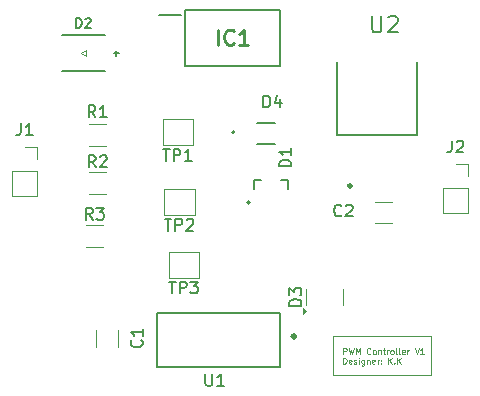
<source format=gbr>
%TF.GenerationSoftware,KiCad,Pcbnew,8.0.1*%
%TF.CreationDate,2024-11-21T22:19:22+00:00*%
%TF.ProjectId,Heating Element,48656174-696e-4672-9045-6c656d656e74,1*%
%TF.SameCoordinates,Original*%
%TF.FileFunction,Legend,Top*%
%TF.FilePolarity,Positive*%
%FSLAX46Y46*%
G04 Gerber Fmt 4.6, Leading zero omitted, Abs format (unit mm)*
G04 Created by KiCad (PCBNEW 8.0.1) date 2024-11-21 22:19:22*
%MOMM*%
%LPD*%
G01*
G04 APERTURE LIST*
%ADD10C,0.100000*%
%ADD11C,0.150000*%
%ADD12C,0.254000*%
%ADD13C,0.120000*%
%ADD14C,0.200000*%
%ADD15C,0.127000*%
%ADD16C,0.152400*%
%ADD17C,0.300000*%
G04 APERTURE END LIST*
D10*
X125702400Y-109650000D02*
X133997600Y-109650000D01*
X133997600Y-112964800D01*
X125702400Y-112964800D01*
X125702400Y-109650000D01*
X126529636Y-111166237D02*
X126529636Y-110666237D01*
X126529636Y-110666237D02*
X126720112Y-110666237D01*
X126720112Y-110666237D02*
X126767731Y-110690047D01*
X126767731Y-110690047D02*
X126791541Y-110713856D01*
X126791541Y-110713856D02*
X126815350Y-110761475D01*
X126815350Y-110761475D02*
X126815350Y-110832904D01*
X126815350Y-110832904D02*
X126791541Y-110880523D01*
X126791541Y-110880523D02*
X126767731Y-110904332D01*
X126767731Y-110904332D02*
X126720112Y-110928142D01*
X126720112Y-110928142D02*
X126529636Y-110928142D01*
X126982017Y-110666237D02*
X127101065Y-111166237D01*
X127101065Y-111166237D02*
X127196303Y-110809094D01*
X127196303Y-110809094D02*
X127291541Y-111166237D01*
X127291541Y-111166237D02*
X127410589Y-110666237D01*
X127601065Y-111166237D02*
X127601065Y-110666237D01*
X127601065Y-110666237D02*
X127767732Y-111023380D01*
X127767732Y-111023380D02*
X127934398Y-110666237D01*
X127934398Y-110666237D02*
X127934398Y-111166237D01*
X128839160Y-111118618D02*
X128815351Y-111142428D01*
X128815351Y-111142428D02*
X128743922Y-111166237D01*
X128743922Y-111166237D02*
X128696303Y-111166237D01*
X128696303Y-111166237D02*
X128624875Y-111142428D01*
X128624875Y-111142428D02*
X128577256Y-111094808D01*
X128577256Y-111094808D02*
X128553446Y-111047189D01*
X128553446Y-111047189D02*
X128529637Y-110951951D01*
X128529637Y-110951951D02*
X128529637Y-110880523D01*
X128529637Y-110880523D02*
X128553446Y-110785285D01*
X128553446Y-110785285D02*
X128577256Y-110737666D01*
X128577256Y-110737666D02*
X128624875Y-110690047D01*
X128624875Y-110690047D02*
X128696303Y-110666237D01*
X128696303Y-110666237D02*
X128743922Y-110666237D01*
X128743922Y-110666237D02*
X128815351Y-110690047D01*
X128815351Y-110690047D02*
X128839160Y-110713856D01*
X129124875Y-111166237D02*
X129077256Y-111142428D01*
X129077256Y-111142428D02*
X129053446Y-111118618D01*
X129053446Y-111118618D02*
X129029637Y-111070999D01*
X129029637Y-111070999D02*
X129029637Y-110928142D01*
X129029637Y-110928142D02*
X129053446Y-110880523D01*
X129053446Y-110880523D02*
X129077256Y-110856713D01*
X129077256Y-110856713D02*
X129124875Y-110832904D01*
X129124875Y-110832904D02*
X129196303Y-110832904D01*
X129196303Y-110832904D02*
X129243922Y-110856713D01*
X129243922Y-110856713D02*
X129267732Y-110880523D01*
X129267732Y-110880523D02*
X129291541Y-110928142D01*
X129291541Y-110928142D02*
X129291541Y-111070999D01*
X129291541Y-111070999D02*
X129267732Y-111118618D01*
X129267732Y-111118618D02*
X129243922Y-111142428D01*
X129243922Y-111142428D02*
X129196303Y-111166237D01*
X129196303Y-111166237D02*
X129124875Y-111166237D01*
X129505827Y-110832904D02*
X129505827Y-111166237D01*
X129505827Y-110880523D02*
X129529637Y-110856713D01*
X129529637Y-110856713D02*
X129577256Y-110832904D01*
X129577256Y-110832904D02*
X129648684Y-110832904D01*
X129648684Y-110832904D02*
X129696303Y-110856713D01*
X129696303Y-110856713D02*
X129720113Y-110904332D01*
X129720113Y-110904332D02*
X129720113Y-111166237D01*
X129886780Y-110832904D02*
X130077256Y-110832904D01*
X129958208Y-110666237D02*
X129958208Y-111094808D01*
X129958208Y-111094808D02*
X129982018Y-111142428D01*
X129982018Y-111142428D02*
X130029637Y-111166237D01*
X130029637Y-111166237D02*
X130077256Y-111166237D01*
X130243922Y-111166237D02*
X130243922Y-110832904D01*
X130243922Y-110928142D02*
X130267732Y-110880523D01*
X130267732Y-110880523D02*
X130291541Y-110856713D01*
X130291541Y-110856713D02*
X130339160Y-110832904D01*
X130339160Y-110832904D02*
X130386779Y-110832904D01*
X130624875Y-111166237D02*
X130577256Y-111142428D01*
X130577256Y-111142428D02*
X130553446Y-111118618D01*
X130553446Y-111118618D02*
X130529637Y-111070999D01*
X130529637Y-111070999D02*
X130529637Y-110928142D01*
X130529637Y-110928142D02*
X130553446Y-110880523D01*
X130553446Y-110880523D02*
X130577256Y-110856713D01*
X130577256Y-110856713D02*
X130624875Y-110832904D01*
X130624875Y-110832904D02*
X130696303Y-110832904D01*
X130696303Y-110832904D02*
X130743922Y-110856713D01*
X130743922Y-110856713D02*
X130767732Y-110880523D01*
X130767732Y-110880523D02*
X130791541Y-110928142D01*
X130791541Y-110928142D02*
X130791541Y-111070999D01*
X130791541Y-111070999D02*
X130767732Y-111118618D01*
X130767732Y-111118618D02*
X130743922Y-111142428D01*
X130743922Y-111142428D02*
X130696303Y-111166237D01*
X130696303Y-111166237D02*
X130624875Y-111166237D01*
X131077256Y-111166237D02*
X131029637Y-111142428D01*
X131029637Y-111142428D02*
X131005827Y-111094808D01*
X131005827Y-111094808D02*
X131005827Y-110666237D01*
X131339161Y-111166237D02*
X131291542Y-111142428D01*
X131291542Y-111142428D02*
X131267732Y-111094808D01*
X131267732Y-111094808D02*
X131267732Y-110666237D01*
X131720113Y-111142428D02*
X131672494Y-111166237D01*
X131672494Y-111166237D02*
X131577256Y-111166237D01*
X131577256Y-111166237D02*
X131529637Y-111142428D01*
X131529637Y-111142428D02*
X131505828Y-111094808D01*
X131505828Y-111094808D02*
X131505828Y-110904332D01*
X131505828Y-110904332D02*
X131529637Y-110856713D01*
X131529637Y-110856713D02*
X131577256Y-110832904D01*
X131577256Y-110832904D02*
X131672494Y-110832904D01*
X131672494Y-110832904D02*
X131720113Y-110856713D01*
X131720113Y-110856713D02*
X131743923Y-110904332D01*
X131743923Y-110904332D02*
X131743923Y-110951951D01*
X131743923Y-110951951D02*
X131505828Y-110999570D01*
X131958208Y-111166237D02*
X131958208Y-110832904D01*
X131958208Y-110928142D02*
X131982018Y-110880523D01*
X131982018Y-110880523D02*
X132005827Y-110856713D01*
X132005827Y-110856713D02*
X132053446Y-110832904D01*
X132053446Y-110832904D02*
X132101065Y-110832904D01*
X132577256Y-110666237D02*
X132743922Y-111166237D01*
X132743922Y-111166237D02*
X132910589Y-110666237D01*
X133339160Y-111166237D02*
X133053446Y-111166237D01*
X133196303Y-111166237D02*
X133196303Y-110666237D01*
X133196303Y-110666237D02*
X133148684Y-110737666D01*
X133148684Y-110737666D02*
X133101065Y-110785285D01*
X133101065Y-110785285D02*
X133053446Y-110809094D01*
X126529636Y-111971209D02*
X126529636Y-111471209D01*
X126529636Y-111471209D02*
X126648684Y-111471209D01*
X126648684Y-111471209D02*
X126720112Y-111495019D01*
X126720112Y-111495019D02*
X126767731Y-111542638D01*
X126767731Y-111542638D02*
X126791541Y-111590257D01*
X126791541Y-111590257D02*
X126815350Y-111685495D01*
X126815350Y-111685495D02*
X126815350Y-111756923D01*
X126815350Y-111756923D02*
X126791541Y-111852161D01*
X126791541Y-111852161D02*
X126767731Y-111899780D01*
X126767731Y-111899780D02*
X126720112Y-111947400D01*
X126720112Y-111947400D02*
X126648684Y-111971209D01*
X126648684Y-111971209D02*
X126529636Y-111971209D01*
X127220112Y-111947400D02*
X127172493Y-111971209D01*
X127172493Y-111971209D02*
X127077255Y-111971209D01*
X127077255Y-111971209D02*
X127029636Y-111947400D01*
X127029636Y-111947400D02*
X127005827Y-111899780D01*
X127005827Y-111899780D02*
X127005827Y-111709304D01*
X127005827Y-111709304D02*
X127029636Y-111661685D01*
X127029636Y-111661685D02*
X127077255Y-111637876D01*
X127077255Y-111637876D02*
X127172493Y-111637876D01*
X127172493Y-111637876D02*
X127220112Y-111661685D01*
X127220112Y-111661685D02*
X127243922Y-111709304D01*
X127243922Y-111709304D02*
X127243922Y-111756923D01*
X127243922Y-111756923D02*
X127005827Y-111804542D01*
X127434398Y-111947400D02*
X127482017Y-111971209D01*
X127482017Y-111971209D02*
X127577255Y-111971209D01*
X127577255Y-111971209D02*
X127624874Y-111947400D01*
X127624874Y-111947400D02*
X127648683Y-111899780D01*
X127648683Y-111899780D02*
X127648683Y-111875971D01*
X127648683Y-111875971D02*
X127624874Y-111828352D01*
X127624874Y-111828352D02*
X127577255Y-111804542D01*
X127577255Y-111804542D02*
X127505826Y-111804542D01*
X127505826Y-111804542D02*
X127458207Y-111780733D01*
X127458207Y-111780733D02*
X127434398Y-111733114D01*
X127434398Y-111733114D02*
X127434398Y-111709304D01*
X127434398Y-111709304D02*
X127458207Y-111661685D01*
X127458207Y-111661685D02*
X127505826Y-111637876D01*
X127505826Y-111637876D02*
X127577255Y-111637876D01*
X127577255Y-111637876D02*
X127624874Y-111661685D01*
X127862969Y-111971209D02*
X127862969Y-111637876D01*
X127862969Y-111471209D02*
X127839160Y-111495019D01*
X127839160Y-111495019D02*
X127862969Y-111518828D01*
X127862969Y-111518828D02*
X127886779Y-111495019D01*
X127886779Y-111495019D02*
X127862969Y-111471209D01*
X127862969Y-111471209D02*
X127862969Y-111518828D01*
X128315350Y-111637876D02*
X128315350Y-112042638D01*
X128315350Y-112042638D02*
X128291540Y-112090257D01*
X128291540Y-112090257D02*
X128267731Y-112114066D01*
X128267731Y-112114066D02*
X128220112Y-112137876D01*
X128220112Y-112137876D02*
X128148683Y-112137876D01*
X128148683Y-112137876D02*
X128101064Y-112114066D01*
X128315350Y-111947400D02*
X128267731Y-111971209D01*
X128267731Y-111971209D02*
X128172493Y-111971209D01*
X128172493Y-111971209D02*
X128124874Y-111947400D01*
X128124874Y-111947400D02*
X128101064Y-111923590D01*
X128101064Y-111923590D02*
X128077255Y-111875971D01*
X128077255Y-111875971D02*
X128077255Y-111733114D01*
X128077255Y-111733114D02*
X128101064Y-111685495D01*
X128101064Y-111685495D02*
X128124874Y-111661685D01*
X128124874Y-111661685D02*
X128172493Y-111637876D01*
X128172493Y-111637876D02*
X128267731Y-111637876D01*
X128267731Y-111637876D02*
X128315350Y-111661685D01*
X128553445Y-111637876D02*
X128553445Y-111971209D01*
X128553445Y-111685495D02*
X128577255Y-111661685D01*
X128577255Y-111661685D02*
X128624874Y-111637876D01*
X128624874Y-111637876D02*
X128696302Y-111637876D01*
X128696302Y-111637876D02*
X128743921Y-111661685D01*
X128743921Y-111661685D02*
X128767731Y-111709304D01*
X128767731Y-111709304D02*
X128767731Y-111971209D01*
X129196302Y-111947400D02*
X129148683Y-111971209D01*
X129148683Y-111971209D02*
X129053445Y-111971209D01*
X129053445Y-111971209D02*
X129005826Y-111947400D01*
X129005826Y-111947400D02*
X128982017Y-111899780D01*
X128982017Y-111899780D02*
X128982017Y-111709304D01*
X128982017Y-111709304D02*
X129005826Y-111661685D01*
X129005826Y-111661685D02*
X129053445Y-111637876D01*
X129053445Y-111637876D02*
X129148683Y-111637876D01*
X129148683Y-111637876D02*
X129196302Y-111661685D01*
X129196302Y-111661685D02*
X129220112Y-111709304D01*
X129220112Y-111709304D02*
X129220112Y-111756923D01*
X129220112Y-111756923D02*
X128982017Y-111804542D01*
X129434397Y-111971209D02*
X129434397Y-111637876D01*
X129434397Y-111733114D02*
X129458207Y-111685495D01*
X129458207Y-111685495D02*
X129482016Y-111661685D01*
X129482016Y-111661685D02*
X129529635Y-111637876D01*
X129529635Y-111637876D02*
X129577254Y-111637876D01*
X129743921Y-111923590D02*
X129767731Y-111947400D01*
X129767731Y-111947400D02*
X129743921Y-111971209D01*
X129743921Y-111971209D02*
X129720112Y-111947400D01*
X129720112Y-111947400D02*
X129743921Y-111923590D01*
X129743921Y-111923590D02*
X129743921Y-111971209D01*
X129743921Y-111661685D02*
X129767731Y-111685495D01*
X129767731Y-111685495D02*
X129743921Y-111709304D01*
X129743921Y-111709304D02*
X129720112Y-111685495D01*
X129720112Y-111685495D02*
X129743921Y-111661685D01*
X129743921Y-111661685D02*
X129743921Y-111709304D01*
X130362968Y-111971209D02*
X130362968Y-111471209D01*
X130648682Y-111971209D02*
X130434397Y-111685495D01*
X130648682Y-111471209D02*
X130362968Y-111756923D01*
X130862968Y-111923590D02*
X130886778Y-111947400D01*
X130886778Y-111947400D02*
X130862968Y-111971209D01*
X130862968Y-111971209D02*
X130839159Y-111947400D01*
X130839159Y-111947400D02*
X130862968Y-111923590D01*
X130862968Y-111923590D02*
X130862968Y-111971209D01*
X131101063Y-111971209D02*
X131101063Y-111471209D01*
X131386777Y-111971209D02*
X131172492Y-111685495D01*
X131386777Y-111471209D02*
X131101063Y-111756923D01*
D11*
X122979819Y-107075594D02*
X121979819Y-107075594D01*
X121979819Y-107075594D02*
X121979819Y-106837499D01*
X121979819Y-106837499D02*
X122027438Y-106694642D01*
X122027438Y-106694642D02*
X122122676Y-106599404D01*
X122122676Y-106599404D02*
X122217914Y-106551785D01*
X122217914Y-106551785D02*
X122408390Y-106504166D01*
X122408390Y-106504166D02*
X122551247Y-106504166D01*
X122551247Y-106504166D02*
X122741723Y-106551785D01*
X122741723Y-106551785D02*
X122836961Y-106599404D01*
X122836961Y-106599404D02*
X122932200Y-106694642D01*
X122932200Y-106694642D02*
X122979819Y-106837499D01*
X122979819Y-106837499D02*
X122979819Y-107075594D01*
X121979819Y-106170832D02*
X121979819Y-105551785D01*
X121979819Y-105551785D02*
X122360771Y-105885118D01*
X122360771Y-105885118D02*
X122360771Y-105742261D01*
X122360771Y-105742261D02*
X122408390Y-105647023D01*
X122408390Y-105647023D02*
X122456009Y-105599404D01*
X122456009Y-105599404D02*
X122551247Y-105551785D01*
X122551247Y-105551785D02*
X122789342Y-105551785D01*
X122789342Y-105551785D02*
X122884580Y-105599404D01*
X122884580Y-105599404D02*
X122932200Y-105647023D01*
X122932200Y-105647023D02*
X122979819Y-105742261D01*
X122979819Y-105742261D02*
X122979819Y-106027975D01*
X122979819Y-106027975D02*
X122932200Y-106123213D01*
X122932200Y-106123213D02*
X122884580Y-106170832D01*
X119771305Y-90276619D02*
X119771305Y-89276619D01*
X119771305Y-89276619D02*
X120009400Y-89276619D01*
X120009400Y-89276619D02*
X120152257Y-89324238D01*
X120152257Y-89324238D02*
X120247495Y-89419476D01*
X120247495Y-89419476D02*
X120295114Y-89514714D01*
X120295114Y-89514714D02*
X120342733Y-89705190D01*
X120342733Y-89705190D02*
X120342733Y-89848047D01*
X120342733Y-89848047D02*
X120295114Y-90038523D01*
X120295114Y-90038523D02*
X120247495Y-90133761D01*
X120247495Y-90133761D02*
X120152257Y-90229000D01*
X120152257Y-90229000D02*
X120009400Y-90276619D01*
X120009400Y-90276619D02*
X119771305Y-90276619D01*
X121199876Y-89609952D02*
X121199876Y-90276619D01*
X120961781Y-89229000D02*
X120723686Y-89943285D01*
X120723686Y-89943285D02*
X121342733Y-89943285D01*
X103939524Y-83524295D02*
X103939524Y-82724295D01*
X103939524Y-82724295D02*
X104130000Y-82724295D01*
X104130000Y-82724295D02*
X104244286Y-82762390D01*
X104244286Y-82762390D02*
X104320476Y-82838580D01*
X104320476Y-82838580D02*
X104358571Y-82914771D01*
X104358571Y-82914771D02*
X104396667Y-83067152D01*
X104396667Y-83067152D02*
X104396667Y-83181438D01*
X104396667Y-83181438D02*
X104358571Y-83333819D01*
X104358571Y-83333819D02*
X104320476Y-83410009D01*
X104320476Y-83410009D02*
X104244286Y-83486200D01*
X104244286Y-83486200D02*
X104130000Y-83524295D01*
X104130000Y-83524295D02*
X103939524Y-83524295D01*
X104701428Y-82800485D02*
X104739524Y-82762390D01*
X104739524Y-82762390D02*
X104815714Y-82724295D01*
X104815714Y-82724295D02*
X105006190Y-82724295D01*
X105006190Y-82724295D02*
X105082381Y-82762390D01*
X105082381Y-82762390D02*
X105120476Y-82800485D01*
X105120476Y-82800485D02*
X105158571Y-82876676D01*
X105158571Y-82876676D02*
X105158571Y-82952866D01*
X105158571Y-82952866D02*
X105120476Y-83067152D01*
X105120476Y-83067152D02*
X104663333Y-83524295D01*
X104663333Y-83524295D02*
X105158571Y-83524295D01*
X107086190Y-85714466D02*
X107573810Y-85714466D01*
X107330000Y-85958276D02*
X107330000Y-85470657D01*
X122123184Y-95274445D02*
X121121822Y-95274445D01*
X121121822Y-95274445D02*
X121121822Y-95036025D01*
X121121822Y-95036025D02*
X121169506Y-94892974D01*
X121169506Y-94892974D02*
X121264874Y-94797606D01*
X121264874Y-94797606D02*
X121360242Y-94749922D01*
X121360242Y-94749922D02*
X121550978Y-94702238D01*
X121550978Y-94702238D02*
X121694029Y-94702238D01*
X121694029Y-94702238D02*
X121884765Y-94749922D01*
X121884765Y-94749922D02*
X121980133Y-94797606D01*
X121980133Y-94797606D02*
X122075501Y-94892974D01*
X122075501Y-94892974D02*
X122123184Y-95036025D01*
X122123184Y-95036025D02*
X122123184Y-95274445D01*
X122123184Y-93748560D02*
X122123184Y-94320767D01*
X122123184Y-94034663D02*
X121121822Y-94034663D01*
X121121822Y-94034663D02*
X121264874Y-94130031D01*
X121264874Y-94130031D02*
X121360242Y-94225399D01*
X121360242Y-94225399D02*
X121407926Y-94320767D01*
X135709066Y-93084419D02*
X135709066Y-93798704D01*
X135709066Y-93798704D02*
X135661447Y-93941561D01*
X135661447Y-93941561D02*
X135566209Y-94036800D01*
X135566209Y-94036800D02*
X135423352Y-94084419D01*
X135423352Y-94084419D02*
X135328114Y-94084419D01*
X136137638Y-93179657D02*
X136185257Y-93132038D01*
X136185257Y-93132038D02*
X136280495Y-93084419D01*
X136280495Y-93084419D02*
X136518590Y-93084419D01*
X136518590Y-93084419D02*
X136613828Y-93132038D01*
X136613828Y-93132038D02*
X136661447Y-93179657D01*
X136661447Y-93179657D02*
X136709066Y-93274895D01*
X136709066Y-93274895D02*
X136709066Y-93370133D01*
X136709066Y-93370133D02*
X136661447Y-93512990D01*
X136661447Y-93512990D02*
X136090019Y-94084419D01*
X136090019Y-94084419D02*
X136709066Y-94084419D01*
X99226666Y-91634819D02*
X99226666Y-92349104D01*
X99226666Y-92349104D02*
X99179047Y-92491961D01*
X99179047Y-92491961D02*
X99083809Y-92587200D01*
X99083809Y-92587200D02*
X98940952Y-92634819D01*
X98940952Y-92634819D02*
X98845714Y-92634819D01*
X100226666Y-92634819D02*
X99655238Y-92634819D01*
X99940952Y-92634819D02*
X99940952Y-91634819D01*
X99940952Y-91634819D02*
X99845714Y-91777676D01*
X99845714Y-91777676D02*
X99750476Y-91872914D01*
X99750476Y-91872914D02*
X99655238Y-91920533D01*
X111268095Y-93804819D02*
X111839523Y-93804819D01*
X111553809Y-94804819D02*
X111553809Y-93804819D01*
X112172857Y-94804819D02*
X112172857Y-93804819D01*
X112172857Y-93804819D02*
X112553809Y-93804819D01*
X112553809Y-93804819D02*
X112649047Y-93852438D01*
X112649047Y-93852438D02*
X112696666Y-93900057D01*
X112696666Y-93900057D02*
X112744285Y-93995295D01*
X112744285Y-93995295D02*
X112744285Y-94138152D01*
X112744285Y-94138152D02*
X112696666Y-94233390D01*
X112696666Y-94233390D02*
X112649047Y-94281009D01*
X112649047Y-94281009D02*
X112553809Y-94328628D01*
X112553809Y-94328628D02*
X112172857Y-94328628D01*
X113696666Y-94804819D02*
X113125238Y-94804819D01*
X113410952Y-94804819D02*
X113410952Y-93804819D01*
X113410952Y-93804819D02*
X113315714Y-93947676D01*
X113315714Y-93947676D02*
X113220476Y-94042914D01*
X113220476Y-94042914D02*
X113125238Y-94090533D01*
X109449580Y-109986666D02*
X109497200Y-110034285D01*
X109497200Y-110034285D02*
X109544819Y-110177142D01*
X109544819Y-110177142D02*
X109544819Y-110272380D01*
X109544819Y-110272380D02*
X109497200Y-110415237D01*
X109497200Y-110415237D02*
X109401961Y-110510475D01*
X109401961Y-110510475D02*
X109306723Y-110558094D01*
X109306723Y-110558094D02*
X109116247Y-110605713D01*
X109116247Y-110605713D02*
X108973390Y-110605713D01*
X108973390Y-110605713D02*
X108782914Y-110558094D01*
X108782914Y-110558094D02*
X108687676Y-110510475D01*
X108687676Y-110510475D02*
X108592438Y-110415237D01*
X108592438Y-110415237D02*
X108544819Y-110272380D01*
X108544819Y-110272380D02*
X108544819Y-110177142D01*
X108544819Y-110177142D02*
X108592438Y-110034285D01*
X108592438Y-110034285D02*
X108640057Y-109986666D01*
X109544819Y-109034285D02*
X109544819Y-109605713D01*
X109544819Y-109319999D02*
X108544819Y-109319999D01*
X108544819Y-109319999D02*
X108687676Y-109415237D01*
X108687676Y-109415237D02*
X108782914Y-109510475D01*
X108782914Y-109510475D02*
X108830533Y-109605713D01*
X111788095Y-105024819D02*
X112359523Y-105024819D01*
X112073809Y-106024819D02*
X112073809Y-105024819D01*
X112692857Y-106024819D02*
X112692857Y-105024819D01*
X112692857Y-105024819D02*
X113073809Y-105024819D01*
X113073809Y-105024819D02*
X113169047Y-105072438D01*
X113169047Y-105072438D02*
X113216666Y-105120057D01*
X113216666Y-105120057D02*
X113264285Y-105215295D01*
X113264285Y-105215295D02*
X113264285Y-105358152D01*
X113264285Y-105358152D02*
X113216666Y-105453390D01*
X113216666Y-105453390D02*
X113169047Y-105501009D01*
X113169047Y-105501009D02*
X113073809Y-105548628D01*
X113073809Y-105548628D02*
X112692857Y-105548628D01*
X113597619Y-105024819D02*
X114216666Y-105024819D01*
X114216666Y-105024819D02*
X113883333Y-105405771D01*
X113883333Y-105405771D02*
X114026190Y-105405771D01*
X114026190Y-105405771D02*
X114121428Y-105453390D01*
X114121428Y-105453390D02*
X114169047Y-105501009D01*
X114169047Y-105501009D02*
X114216666Y-105596247D01*
X114216666Y-105596247D02*
X114216666Y-105834342D01*
X114216666Y-105834342D02*
X114169047Y-105929580D01*
X114169047Y-105929580D02*
X114121428Y-105977200D01*
X114121428Y-105977200D02*
X114026190Y-106024819D01*
X114026190Y-106024819D02*
X113740476Y-106024819D01*
X113740476Y-106024819D02*
X113645238Y-105977200D01*
X113645238Y-105977200D02*
X113597619Y-105929580D01*
X105305833Y-99784819D02*
X104972500Y-99308628D01*
X104734405Y-99784819D02*
X104734405Y-98784819D01*
X104734405Y-98784819D02*
X105115357Y-98784819D01*
X105115357Y-98784819D02*
X105210595Y-98832438D01*
X105210595Y-98832438D02*
X105258214Y-98880057D01*
X105258214Y-98880057D02*
X105305833Y-98975295D01*
X105305833Y-98975295D02*
X105305833Y-99118152D01*
X105305833Y-99118152D02*
X105258214Y-99213390D01*
X105258214Y-99213390D02*
X105210595Y-99261009D01*
X105210595Y-99261009D02*
X105115357Y-99308628D01*
X105115357Y-99308628D02*
X104734405Y-99308628D01*
X105639167Y-98784819D02*
X106258214Y-98784819D01*
X106258214Y-98784819D02*
X105924881Y-99165771D01*
X105924881Y-99165771D02*
X106067738Y-99165771D01*
X106067738Y-99165771D02*
X106162976Y-99213390D01*
X106162976Y-99213390D02*
X106210595Y-99261009D01*
X106210595Y-99261009D02*
X106258214Y-99356247D01*
X106258214Y-99356247D02*
X106258214Y-99594342D01*
X106258214Y-99594342D02*
X106210595Y-99689580D01*
X106210595Y-99689580D02*
X106162976Y-99737200D01*
X106162976Y-99737200D02*
X106067738Y-99784819D01*
X106067738Y-99784819D02*
X105782024Y-99784819D01*
X105782024Y-99784819D02*
X105686786Y-99737200D01*
X105686786Y-99737200D02*
X105639167Y-99689580D01*
D12*
X115930237Y-84974318D02*
X115930237Y-83704318D01*
X117260714Y-84853365D02*
X117200238Y-84913842D01*
X117200238Y-84913842D02*
X117018809Y-84974318D01*
X117018809Y-84974318D02*
X116897857Y-84974318D01*
X116897857Y-84974318D02*
X116716428Y-84913842D01*
X116716428Y-84913842D02*
X116595476Y-84792889D01*
X116595476Y-84792889D02*
X116534999Y-84671937D01*
X116534999Y-84671937D02*
X116474523Y-84430032D01*
X116474523Y-84430032D02*
X116474523Y-84248603D01*
X116474523Y-84248603D02*
X116534999Y-84006699D01*
X116534999Y-84006699D02*
X116595476Y-83885746D01*
X116595476Y-83885746D02*
X116716428Y-83764794D01*
X116716428Y-83764794D02*
X116897857Y-83704318D01*
X116897857Y-83704318D02*
X117018809Y-83704318D01*
X117018809Y-83704318D02*
X117200238Y-83764794D01*
X117200238Y-83764794D02*
X117260714Y-83825270D01*
X118470238Y-84974318D02*
X117744523Y-84974318D01*
X118107380Y-84974318D02*
X118107380Y-83704318D01*
X118107380Y-83704318D02*
X117986428Y-83885746D01*
X117986428Y-83885746D02*
X117865476Y-84006699D01*
X117865476Y-84006699D02*
X117744523Y-84067175D01*
D11*
X105553333Y-91104819D02*
X105220000Y-90628628D01*
X104981905Y-91104819D02*
X104981905Y-90104819D01*
X104981905Y-90104819D02*
X105362857Y-90104819D01*
X105362857Y-90104819D02*
X105458095Y-90152438D01*
X105458095Y-90152438D02*
X105505714Y-90200057D01*
X105505714Y-90200057D02*
X105553333Y-90295295D01*
X105553333Y-90295295D02*
X105553333Y-90438152D01*
X105553333Y-90438152D02*
X105505714Y-90533390D01*
X105505714Y-90533390D02*
X105458095Y-90581009D01*
X105458095Y-90581009D02*
X105362857Y-90628628D01*
X105362857Y-90628628D02*
X104981905Y-90628628D01*
X106505714Y-91104819D02*
X105934286Y-91104819D01*
X106220000Y-91104819D02*
X106220000Y-90104819D01*
X106220000Y-90104819D02*
X106124762Y-90247676D01*
X106124762Y-90247676D02*
X106029524Y-90342914D01*
X106029524Y-90342914D02*
X105934286Y-90390533D01*
X111418095Y-99714819D02*
X111989523Y-99714819D01*
X111703809Y-100714819D02*
X111703809Y-99714819D01*
X112322857Y-100714819D02*
X112322857Y-99714819D01*
X112322857Y-99714819D02*
X112703809Y-99714819D01*
X112703809Y-99714819D02*
X112799047Y-99762438D01*
X112799047Y-99762438D02*
X112846666Y-99810057D01*
X112846666Y-99810057D02*
X112894285Y-99905295D01*
X112894285Y-99905295D02*
X112894285Y-100048152D01*
X112894285Y-100048152D02*
X112846666Y-100143390D01*
X112846666Y-100143390D02*
X112799047Y-100191009D01*
X112799047Y-100191009D02*
X112703809Y-100238628D01*
X112703809Y-100238628D02*
X112322857Y-100238628D01*
X113275238Y-99810057D02*
X113322857Y-99762438D01*
X113322857Y-99762438D02*
X113418095Y-99714819D01*
X113418095Y-99714819D02*
X113656190Y-99714819D01*
X113656190Y-99714819D02*
X113751428Y-99762438D01*
X113751428Y-99762438D02*
X113799047Y-99810057D01*
X113799047Y-99810057D02*
X113846666Y-99905295D01*
X113846666Y-99905295D02*
X113846666Y-100000533D01*
X113846666Y-100000533D02*
X113799047Y-100143390D01*
X113799047Y-100143390D02*
X113227619Y-100714819D01*
X113227619Y-100714819D02*
X113846666Y-100714819D01*
X114858895Y-112840419D02*
X114858895Y-113649942D01*
X114858895Y-113649942D02*
X114906514Y-113745180D01*
X114906514Y-113745180D02*
X114954133Y-113792800D01*
X114954133Y-113792800D02*
X115049371Y-113840419D01*
X115049371Y-113840419D02*
X115239847Y-113840419D01*
X115239847Y-113840419D02*
X115335085Y-113792800D01*
X115335085Y-113792800D02*
X115382704Y-113745180D01*
X115382704Y-113745180D02*
X115430323Y-113649942D01*
X115430323Y-113649942D02*
X115430323Y-112840419D01*
X116430323Y-113840419D02*
X115858895Y-113840419D01*
X116144609Y-113840419D02*
X116144609Y-112840419D01*
X116144609Y-112840419D02*
X116049371Y-112983276D01*
X116049371Y-112983276D02*
X115954133Y-113078514D01*
X115954133Y-113078514D02*
X115858895Y-113126133D01*
X128955933Y-82526466D02*
X128955933Y-83659800D01*
X128955933Y-83659800D02*
X129022600Y-83793133D01*
X129022600Y-83793133D02*
X129089266Y-83859800D01*
X129089266Y-83859800D02*
X129222600Y-83926466D01*
X129222600Y-83926466D02*
X129489266Y-83926466D01*
X129489266Y-83926466D02*
X129622600Y-83859800D01*
X129622600Y-83859800D02*
X129689266Y-83793133D01*
X129689266Y-83793133D02*
X129755933Y-83659800D01*
X129755933Y-83659800D02*
X129755933Y-82526466D01*
X130355933Y-82659800D02*
X130422600Y-82593133D01*
X130422600Y-82593133D02*
X130555933Y-82526466D01*
X130555933Y-82526466D02*
X130889267Y-82526466D01*
X130889267Y-82526466D02*
X131022600Y-82593133D01*
X131022600Y-82593133D02*
X131089267Y-82659800D01*
X131089267Y-82659800D02*
X131155933Y-82793133D01*
X131155933Y-82793133D02*
X131155933Y-82926466D01*
X131155933Y-82926466D02*
X131089267Y-83126466D01*
X131089267Y-83126466D02*
X130289267Y-83926466D01*
X130289267Y-83926466D02*
X131155933Y-83926466D01*
X126376133Y-99419580D02*
X126328514Y-99467200D01*
X126328514Y-99467200D02*
X126185657Y-99514819D01*
X126185657Y-99514819D02*
X126090419Y-99514819D01*
X126090419Y-99514819D02*
X125947562Y-99467200D01*
X125947562Y-99467200D02*
X125852324Y-99371961D01*
X125852324Y-99371961D02*
X125804705Y-99276723D01*
X125804705Y-99276723D02*
X125757086Y-99086247D01*
X125757086Y-99086247D02*
X125757086Y-98943390D01*
X125757086Y-98943390D02*
X125804705Y-98752914D01*
X125804705Y-98752914D02*
X125852324Y-98657676D01*
X125852324Y-98657676D02*
X125947562Y-98562438D01*
X125947562Y-98562438D02*
X126090419Y-98514819D01*
X126090419Y-98514819D02*
X126185657Y-98514819D01*
X126185657Y-98514819D02*
X126328514Y-98562438D01*
X126328514Y-98562438D02*
X126376133Y-98610057D01*
X126757086Y-98610057D02*
X126804705Y-98562438D01*
X126804705Y-98562438D02*
X126899943Y-98514819D01*
X126899943Y-98514819D02*
X127138038Y-98514819D01*
X127138038Y-98514819D02*
X127233276Y-98562438D01*
X127233276Y-98562438D02*
X127280895Y-98610057D01*
X127280895Y-98610057D02*
X127328514Y-98705295D01*
X127328514Y-98705295D02*
X127328514Y-98800533D01*
X127328514Y-98800533D02*
X127280895Y-98943390D01*
X127280895Y-98943390D02*
X126709467Y-99514819D01*
X126709467Y-99514819D02*
X127328514Y-99514819D01*
X105563333Y-95344819D02*
X105230000Y-94868628D01*
X104991905Y-95344819D02*
X104991905Y-94344819D01*
X104991905Y-94344819D02*
X105372857Y-94344819D01*
X105372857Y-94344819D02*
X105468095Y-94392438D01*
X105468095Y-94392438D02*
X105515714Y-94440057D01*
X105515714Y-94440057D02*
X105563333Y-94535295D01*
X105563333Y-94535295D02*
X105563333Y-94678152D01*
X105563333Y-94678152D02*
X105515714Y-94773390D01*
X105515714Y-94773390D02*
X105468095Y-94821009D01*
X105468095Y-94821009D02*
X105372857Y-94868628D01*
X105372857Y-94868628D02*
X104991905Y-94868628D01*
X105944286Y-94440057D02*
X105991905Y-94392438D01*
X105991905Y-94392438D02*
X106087143Y-94344819D01*
X106087143Y-94344819D02*
X106325238Y-94344819D01*
X106325238Y-94344819D02*
X106420476Y-94392438D01*
X106420476Y-94392438D02*
X106468095Y-94440057D01*
X106468095Y-94440057D02*
X106515714Y-94535295D01*
X106515714Y-94535295D02*
X106515714Y-94630533D01*
X106515714Y-94630533D02*
X106468095Y-94773390D01*
X106468095Y-94773390D02*
X105896667Y-95344819D01*
X105896667Y-95344819D02*
X106515714Y-95344819D01*
D13*
%TO.C,D3*%
X123365000Y-106337500D02*
X123365000Y-106987500D01*
X123365000Y-106337500D02*
X123365000Y-105687500D01*
X126485000Y-106337500D02*
X126485000Y-106987500D01*
X126485000Y-106337500D02*
X126485000Y-105687500D01*
X123415000Y-107500000D02*
X123085000Y-107740000D01*
X123085000Y-107260000D01*
X123415000Y-107500000D01*
G36*
X123415000Y-107500000D02*
G01*
X123085000Y-107740000D01*
X123085000Y-107260000D01*
X123415000Y-107500000D01*
G37*
D14*
%TO.C,D4*%
X117319400Y-92379800D02*
G75*
G02*
X117119400Y-92379800I-100000J0D01*
G01*
X117119400Y-92379800D02*
G75*
G02*
X117319400Y-92379800I100000J0D01*
G01*
D15*
X119264400Y-91606800D02*
X120764400Y-91606800D01*
X119264400Y-93406800D02*
X120764400Y-93406800D01*
D14*
%TO.C,D2*%
X102680000Y-84170000D02*
X106380000Y-84170000D01*
D10*
X104730000Y-85420000D02*
X104730000Y-85970000D01*
X104730000Y-85970000D02*
X104330000Y-85670000D01*
X104330000Y-85670000D02*
X104730000Y-85420000D01*
D14*
X106380000Y-87170000D02*
X102680000Y-87170000D01*
D16*
%TO.C,D1*%
X118973600Y-97231200D02*
X118973600Y-96418400D01*
X118973600Y-96418400D02*
X119532400Y-96418400D01*
X121818400Y-96418400D02*
X121818400Y-97231200D01*
X121259600Y-96418400D02*
X121818400Y-96418400D01*
D15*
X118618000Y-98348800D02*
G75*
G02*
X118364000Y-98348800I-127000J0D01*
G01*
X118364000Y-98348800D02*
G75*
G02*
X118618000Y-98348800I127000J0D01*
G01*
D13*
%TO.C,J2*%
X137102400Y-97129600D02*
X137102400Y-99189600D01*
X137102400Y-95069600D02*
X137102400Y-96129600D01*
X136042400Y-95069600D02*
X137102400Y-95069600D01*
X134982400Y-99189600D02*
X137102400Y-99189600D01*
X134982400Y-97129600D02*
X137102400Y-97129600D01*
X134982400Y-97129600D02*
X134982400Y-99189600D01*
%TO.C,J1*%
X98500000Y-95680000D02*
X98500000Y-97740000D01*
X98500000Y-95680000D02*
X100620000Y-95680000D01*
X98500000Y-97740000D02*
X100620000Y-97740000D01*
X99560000Y-93620000D02*
X100620000Y-93620000D01*
X100620000Y-93620000D02*
X100620000Y-94680000D01*
X100620000Y-95680000D02*
X100620000Y-97740000D01*
%TO.C,TP1*%
X111230000Y-91300000D02*
X111230000Y-93000000D01*
X111230000Y-93000000D02*
X111230000Y-93500000D01*
X111230000Y-93500000D02*
X113830000Y-93500000D01*
X113830000Y-91300000D02*
X111230000Y-91300000D01*
X113830000Y-93500000D02*
X113830000Y-91300000D01*
%TO.C,C1*%
X105640000Y-110531252D02*
X105640000Y-109108748D01*
X107460000Y-110531252D02*
X107460000Y-109108748D01*
%TO.C,TP3*%
X111750000Y-102520000D02*
X111750000Y-104220000D01*
X111750000Y-104220000D02*
X111750000Y-104720000D01*
X111750000Y-104720000D02*
X114350000Y-104720000D01*
X114350000Y-102520000D02*
X111750000Y-102520000D01*
X114350000Y-104720000D02*
X114350000Y-102520000D01*
%TO.C,R3*%
X104745436Y-100240000D02*
X106199564Y-100240000D01*
X104745436Y-102060000D02*
X106199564Y-102060000D01*
D14*
%TO.C,IC1*%
X110920000Y-82455000D02*
X112770000Y-82455000D01*
X113120000Y-82060000D02*
X121220000Y-82060000D01*
X113120000Y-86740000D02*
X113120000Y-82060000D01*
X121220000Y-82060000D02*
X121220000Y-86740000D01*
X121220000Y-86740000D02*
X113120000Y-86740000D01*
D13*
%TO.C,R1*%
X105002936Y-91720000D02*
X106457064Y-91720000D01*
X105002936Y-93540000D02*
X106457064Y-93540000D01*
%TO.C,TP2*%
X111380000Y-97210000D02*
X111380000Y-98910000D01*
X111380000Y-98910000D02*
X111380000Y-99410000D01*
X111380000Y-99410000D02*
X113980000Y-99410000D01*
X113980000Y-97210000D02*
X111380000Y-97210000D01*
X113980000Y-99410000D02*
X113980000Y-97210000D01*
D15*
%TO.C,U1*%
X110800000Y-107660000D02*
X121200000Y-107660000D01*
X110800000Y-112260000D02*
X110800000Y-107660000D01*
X121200000Y-107660000D02*
X121200000Y-112260000D01*
X121200000Y-112260000D02*
X110800000Y-112260000D01*
D17*
X122500000Y-109660000D02*
G75*
G02*
X122200000Y-109660000I-150000J0D01*
G01*
X122200000Y-109660000D02*
G75*
G02*
X122500000Y-109660000I150000J0D01*
G01*
D15*
%TO.C,U2*%
X126017600Y-92653600D02*
X126017600Y-86432600D01*
X132757600Y-86432600D02*
X132757600Y-92653600D01*
X132757600Y-92653600D02*
X126017600Y-92653600D01*
D17*
X127187600Y-96925600D02*
G75*
G02*
X126987600Y-96925600I-100000J0D01*
G01*
X126987600Y-96925600D02*
G75*
G02*
X127187600Y-96925600I100000J0D01*
G01*
D13*
%TO.C,C2*%
X129235148Y-98251600D02*
X130657652Y-98251600D01*
X129235148Y-100071600D02*
X130657652Y-100071600D01*
%TO.C,R2*%
X105002936Y-95750000D02*
X106457064Y-95750000D01*
X105002936Y-97570000D02*
X106457064Y-97570000D01*
%TD*%
M02*

</source>
